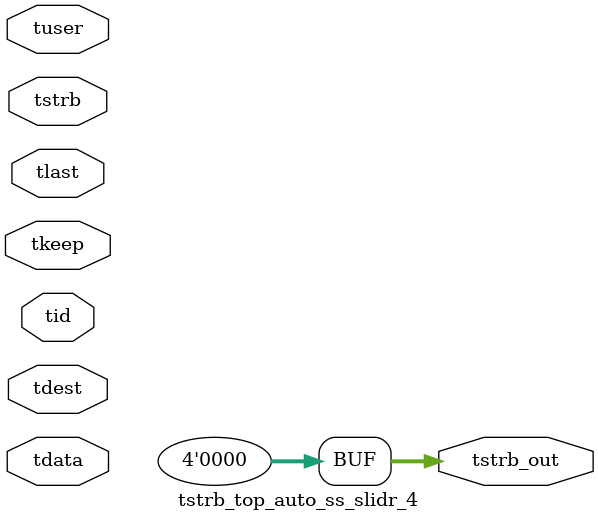
<source format=v>


`timescale 1ps/1ps

module tstrb_top_auto_ss_slidr_4 #
(
parameter C_S_AXIS_TDATA_WIDTH = 32,
parameter C_S_AXIS_TUSER_WIDTH = 0,
parameter C_S_AXIS_TID_WIDTH   = 0,
parameter C_S_AXIS_TDEST_WIDTH = 0,
parameter C_M_AXIS_TDATA_WIDTH = 32
)
(
input  [(C_S_AXIS_TDATA_WIDTH == 0 ? 1 : C_S_AXIS_TDATA_WIDTH)-1:0     ] tdata,
input  [(C_S_AXIS_TUSER_WIDTH == 0 ? 1 : C_S_AXIS_TUSER_WIDTH)-1:0     ] tuser,
input  [(C_S_AXIS_TID_WIDTH   == 0 ? 1 : C_S_AXIS_TID_WIDTH)-1:0       ] tid,
input  [(C_S_AXIS_TDEST_WIDTH == 0 ? 1 : C_S_AXIS_TDEST_WIDTH)-1:0     ] tdest,
input  [(C_S_AXIS_TDATA_WIDTH/8)-1:0 ] tkeep,
input  [(C_S_AXIS_TDATA_WIDTH/8)-1:0 ] tstrb,
input                                                                    tlast,
output [(C_M_AXIS_TDATA_WIDTH/8)-1:0 ] tstrb_out
);

assign tstrb_out = {1'b0};

endmodule


</source>
